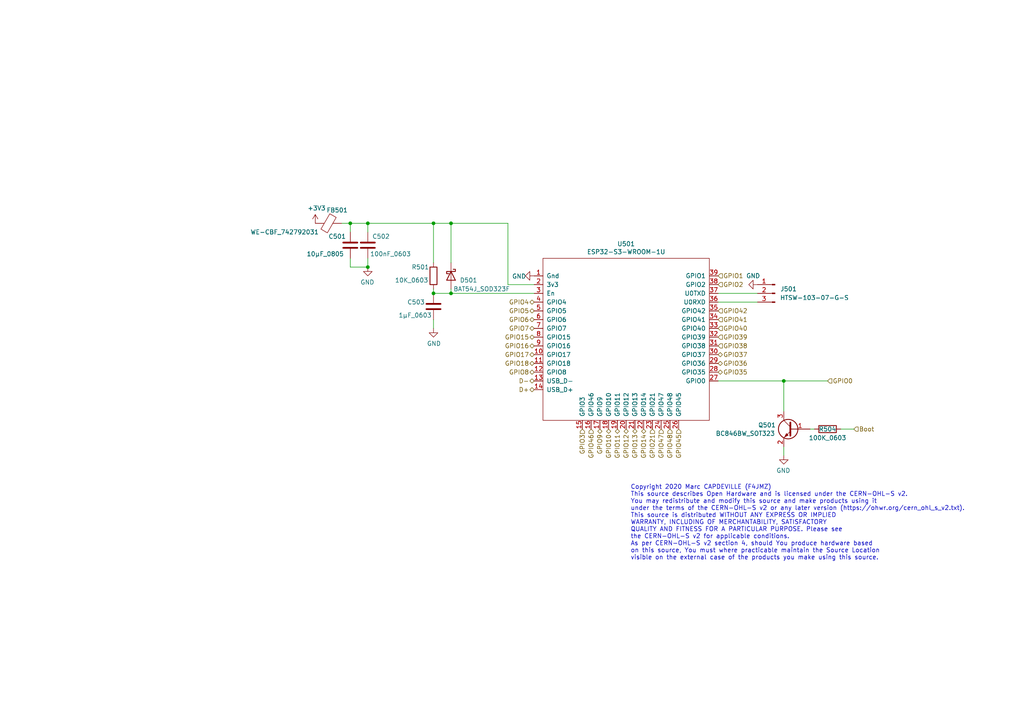
<source format=kicad_sch>
(kicad_sch (version 20211123) (generator eeschema)
  (paper "A4")
  (title_block (title "ESP32s3APRS by F4JMZ") (date "2024-08-24") (rev "0.0.1") (company "©️2025 Marc CAPDEVILLE (F4JMZ)") (comment 1 "Sources : https://github.com/mcapdeville/esp32s3aprs") (comment 2 "Licensed under CERN-OHL-S v2 (https://ohwr.org/cern_ohl_s_v2.txt)"))
  (lib_symbols
    (symbol "CAP_0603:100nF_0603" (pin_numbers hide) (pin_names (offset 0.254))
      (property "Reference" "C" (at 0.635 2.54 0))
      (property "Value" "100nF_0603" (at 0.635 -2.54 0))
      (symbol "100nF_0603_0_1"
        (polyline (pts (xy -2.032 -0.762) (xy 2.032 -0.762)) (stroke (width 0.508)))
        (polyline (pts (xy -2.032 0.762) (xy 2.032 0.762)) (stroke (width 0.508)))
      )
      (symbol "100nF_0603_1_1"
        (pin passive line (at 0 3.81 270) (length 2.794) (name "~") (number "1"))
        (pin passive line (at 0 -3.81 90) (length 2.794) (name "~") (number "2"))
      )
    )
    (symbol "CAP_0603:1µF_0603" (pin_numbers hide) (pin_names (offset 0.254))
      (property "Reference" "C" (at 0.635 2.54 0))
      (property "Value" "1µF_0603" (at 0.635 -2.54 0))
      (symbol "1µF_0603_0_1"
        (polyline (pts (xy -2.032 -0.762) (xy 2.032 -0.762)) (stroke (width 0.508)))
        (polyline (pts (xy -2.032 0.762) (xy 2.032 0.762)) (stroke (width 0.508)))
      )
      (symbol "1µF_0603_1_1"
        (pin passive line (at 0 3.81 270) (length 2.794) (name "~") (number "1"))
        (pin passive line (at 0 -3.81 90) (length 2.794) (name "~") (number "2"))
      )
    )
    (symbol "CAP_0805:10µF_0805" (pin_numbers hide) (pin_names (offset 0.254))
      (property "Reference" "C" (at 0.635 2.54 0))
      (property "Value" "10µF_0805" (at 0.635 -2.54 0))
      (symbol "10µF_0805_0_1"
        (polyline (pts (xy -2.032 -0.762) (xy 2.032 -0.762)) (stroke (width 0.508)))
        (polyline (pts (xy -2.032 0.762) (xy 2.032 0.762)) (stroke (width 0.508)))
      )
      (symbol "10µF_0805_1_1"
        (pin passive line (at 0 3.81 270) (length 2.794) (name "~") (number "1"))
        (pin passive line (at 0 -3.81 90) (length 2.794) (name "~") (number "2"))
      )
    )
    (symbol "CON_THT:HTSW-103-07-G-S" (pin_names (offset 1.016) hide)
      (property "Reference" "J" (at 0 5.08 0))
      (property "Value" "HTSW-103-07-G-S" (at 0 -5.08 0))
      (symbol "HTSW-103-07-G-S_1_1"
        (polyline (pts (xy 1.27 -2.54) (xy 0.8636 -2.54)) (stroke (width 0.1524)))
        (polyline (pts (xy 1.27 0) (xy 0.8636 0)) (stroke (width 0.1524)))
        (polyline (pts (xy 1.27 2.54) (xy 0.8636 2.54)) (stroke (width 0.1524)))
        (rectangle (start 0.8636 -2.413) (end 0 -2.667) (stroke (width 0.1524)) (fill (type outline)))
        (rectangle (start 0.8636 0.127) (end 0 -0.127) (stroke (width 0.1524)) (fill (type outline)))
        (rectangle (start 0.8636 2.667) (end 0 2.413) (stroke (width 0.1524)) (fill (type outline)))
        (pin passive line (at 5.08 2.54 180) (length 3.81) (name "Pin_1") (number "1"))
        (pin passive line (at 5.08 0 180) (length 3.81) (name "Pin_2") (number "2"))
        (pin passive line (at 5.08 -2.54 180) (length 3.81) (name "Pin_3") (number "3"))
      )
    )
    (symbol "D_SOD323:BAT54J_SOD323F" (pin_numbers hide) (pin_names hide)
      (property "Reference" "D" (at 0 2.54 0))
      (property "Value" "BAT54J_SOD323F" (at 0 -2.54 0))
      (symbol "BAT54J_SOD323F_0_1"
        (polyline (pts (xy 1.27 0) (xy -1.27 0)))
        (polyline (pts (xy 1.27 1.27) (xy 1.27 -1.27) (xy -1.27 0) (xy 1.27 1.27)) (stroke (width 0.254)))
        (polyline (pts (xy -1.905 0.635) (xy -1.905 1.27) (xy -1.27 1.27) (xy -1.27 -1.27) (xy -0.635 -1.27) (xy -0.635 -0.635)) (stroke (width 0.254)))
      )
      (symbol "BAT54J_SOD323F_1_1"
        (pin passive line (at -3.81 0 0) (length 2.54) (name "K") (number "1"))
        (pin passive line (at 3.81 0 180) (length 2.54) (name "A") (number "2"))
      )
    )
    (symbol "FB_0805:WE-CBF_742792031" (pin_numbers hide) (pin_names (offset 0))
      (property "Reference" "FB" (at -3.81 0.635 90))
      (property "Value" "WE-CBF_742792031" (at 3.81 0 90))
      (symbol "WE-CBF_742792031_0_1"
        (polyline (pts (xy 0 -1.27) (xy 0 -1.2192)))
        (polyline (pts (xy 0 1.27) (xy 0 1.2954)))
        (polyline (pts (xy -2.7686 0.4064) (xy -1.7018 2.2606) (xy 2.7686 -0.3048) (xy 1.6764 -2.159) (xy -2.7686 0.4064)))
      )
      (symbol "WE-CBF_742792031_1_1"
        (pin passive line (at 0 3.81 270) (length 2.54) (name "~") (number "1"))
        (pin passive line (at 0 -3.81 90) (length 2.54) (name "~") (number "2"))
      )
    )
    (symbol "Q_SOT323:BC846BW_SOT323" (pin_names (offset 0) hide)
      (property "Reference" "Q" (at 5.08 1.905 0))
      (property "Value" "BC846BW_SOT323" (at 5.08 0 0))
      (symbol "BC846BW_SOT323_0_1"
        (polyline (pts (xy 0.635 0.635) (xy 2.54 2.54)))
        (polyline (pts (xy 0.635 -0.635) (xy 2.54 -2.54) (xy 2.54 -2.54)))
        (polyline (pts (xy 0.635 1.905) (xy 0.635 -1.905) (xy 0.635 -1.905)) (stroke (width 0.508)))
        (polyline (pts (xy 1.27 -1.778) (xy 1.778 -1.27) (xy 2.286 -2.286) (xy 1.27 -1.778) (xy 1.27 -1.778)) (fill (type outline)))
        (circle (center 1.27 0) (radius 2.8194) (stroke (width 0.254)))
      )
      (symbol "BC846BW_SOT323_1_1"
        (pin input line (at -5.08 0 0) (length 5.715) (name "B") (number "1"))
        (pin passive line (at 2.54 -5.08 90) (length 2.54) (name "E") (number "2"))
        (pin passive line (at 2.54 5.08 270) (length 2.54) (name "C") (number "3"))
      )
    )
    (symbol "RES_0603:100K_0603" (pin_numbers hide) (pin_names (offset 0))
      (property "Reference" "R" (at 0 -1.27 90))
      (property "Value" "100K_0603" (at 2.54 0 90))
      (symbol "100K_0603_0_1"
        (rectangle (start -1.016 -2.54) (end 1.016 2.54) (stroke (width 0.254)))
      )
      (symbol "100K_0603_1_1"
        (pin passive line (at 0 3.81 270) (length 1.27) (name "~") (number "1"))
        (pin passive line (at 0 -3.81 90) (length 1.27) (name "~") (number "2"))
      )
    )
    (symbol "RES_0603:10K_0603" (pin_numbers hide) (pin_names (offset 0))
      (property "Reference" "R" (at 0 -1.27 90))
      (property "Value" "10K_0603" (at 2.54 0 90))
      (symbol "10K_0603_0_1"
        (rectangle (start -1.016 -2.54) (end 1.016 2.54) (stroke (width 0.254)))
      )
      (symbol "10K_0603_1_1"
        (pin passive line (at 0 3.81 270) (length 1.27) (name "~") (number "1"))
        (pin passive line (at 0 -3.81 90) (length 1.27) (name "~") (number "2"))
      )
    )
    (symbol "U_CPU:ESP32-S3-WROOM-1U" (pin_names (offset 1.016))
      (property "Reference" "U" (at 12.7 5.461 0))
      (property "Value" "ESP32-S3-WROOM-1U" (at 12.7 3.1496 0))
      (symbol "ESP32-S3-WROOM-1U_0_1"
        (rectangle (start -11.43 1.27) (end 36.83 -45.72))
      )
      (symbol "ESP32-S3-WROOM-1U_1_1"
        (pin power_in line (at -13.97 -3.81 0) (length 2.54) (name "Gnd") (number "1"))
        (pin tri_state line (at -13.97 -26.67 0) (length 2.54) (name "GPIO17") (number "10"))
        (pin tri_state line (at -13.97 -29.21 0) (length 2.54) (name "GPIO18") (number "11"))
        (pin tri_state line (at -13.97 -31.75 0) (length 2.54) (name "GPIO8") (number "12"))
        (pin tri_state line (at -13.97 -34.29 0) (length 2.54) (name "USB_D-") (number "13"))
        (pin tri_state line (at -13.97 -36.83 0) (length 2.54) (name "USB_D+") (number "14"))
        (pin tri_state line (at 0 -48.26 90) (length 2.54) (name "GPIO3") (number "15"))
        (pin tri_state line (at 2.54 -48.26 90) (length 2.54) (name "GPIO46") (number "16"))
        (pin tri_state line (at 5.08 -48.26 90) (length 2.54) (name "GPIO9") (number "17"))
        (pin tri_state line (at 7.62 -48.26 90) (length 2.54) (name "GPIO10") (number "18"))
        (pin tri_state line (at 10.16 -48.26 90) (length 2.54) (name "GPIO11") (number "19"))
        (pin power_in line (at -13.97 -6.35 0) (length 2.54) (name "3v3") (number "2"))
        (pin tri_state line (at 12.7 -48.26 90) (length 2.54) (name "GPIO12") (number "20"))
        (pin tri_state line (at 15.24 -48.26 90) (length 2.54) (name "GPIO13") (number "21"))
        (pin tri_state line (at 17.78 -48.26 90) (length 2.54) (name "GPIO14") (number "22"))
        (pin tri_state line (at 20.32 -48.26 90) (length 2.54) (name "GPIO21") (number "23"))
        (pin tri_state line (at 22.86 -48.26 90) (length 2.54) (name "GPIO47") (number "24"))
        (pin tri_state line (at 25.4 -48.26 90) (length 2.54) (name "GPIO48") (number "25"))
        (pin tri_state line (at 27.94 -48.26 90) (length 2.54) (name "GPIO45") (number "26"))
        (pin tri_state line (at 39.37 -34.29 180) (length 2.54) (name "GPIO0") (number "27"))
        (pin tri_state line (at 39.37 -31.75 180) (length 2.54) (name "GPIO35") (number "28"))
        (pin tri_state line (at 39.37 -29.21 180) (length 2.54) (name "GPIO36") (number "29"))
        (pin input line (at -13.97 -8.89 0) (length 2.54) (name "En") (number "3"))
        (pin tri_state line (at 39.37 -26.67 180) (length 2.54) (name "GPIO37") (number "30"))
        (pin tri_state line (at 39.37 -24.13 180) (length 2.54) (name "GPIO38") (number "31"))
        (pin tri_state line (at 39.37 -21.59 180) (length 2.54) (name "GPIO39") (number "32"))
        (pin tri_state line (at 39.37 -19.05 180) (length 2.54) (name "GPIO40") (number "33"))
        (pin tri_state line (at 39.37 -16.51 180) (length 2.54) (name "GPIO41") (number "34"))
        (pin tri_state line (at 39.37 -13.97 180) (length 2.54) (name "GPIO42") (number "35"))
        (pin input line (at 39.37 -11.43 180) (length 2.54) (name "U0RXD") (number "36"))
        (pin output line (at 39.37 -8.89 180) (length 2.54) (name "U0TXD") (number "37"))
        (pin input line (at 39.37 -6.35 180) (length 2.54) (name "GPIO2") (number "38"))
        (pin input line (at 39.37 -3.81 180) (length 2.54) (name "GPIO1") (number "39"))
        (pin tri_state line (at -13.97 -11.43 0) (length 2.54) (name "GPIO4") (number "4"))
        (pin power_in line (at -13.97 -3.81 0) (length 2.54) hide (name "Gnd") (number "40"))
        (pin power_in line (at -13.97 -3.81 0) (length 2.54) hide (name "Gnd") (number "41"))
        (pin tri_state line (at -13.97 -13.97 0) (length 2.54) (name "GPIO5") (number "5"))
        (pin tri_state line (at -13.97 -16.51 0) (length 2.54) (name "GPIO6") (number "6"))
        (pin tri_state line (at -13.97 -19.05 0) (length 2.54) (name "GPIO7") (number "7"))
        (pin tri_state line (at -13.97 -21.59 0) (length 2.54) (name "GPIO15") (number "8"))
        (pin tri_state line (at -13.97 -24.13 0) (length 2.54) (name "GPIO16") (number "9"))
      )
    )
    (symbol "power:+3V3" (power) (pin_names (offset 0))
      (property "Value" "+3V3" (at 0 3.556 0))
      (symbol "+3V3_0_1"
        (polyline (pts (xy -0.762 1.27) (xy 0 2.54)))
        (polyline (pts (xy 0 0) (xy 0 2.54)))
        (polyline (pts (xy 0 2.54) (xy 0.762 1.27)))
      )
      (symbol "+3V3_1_1"
        (pin power_in line (at 0 0 90) (length 0) hide (name "+3V3") (number "1"))
      )
    )
    (symbol "power:GND" (power) (pin_names (offset 0))
      (property "Value" "GND" (at 0 -3.81 0))
      (symbol "GND_0_1"
        (polyline (pts (xy 0 0) (xy 0 -1.27) (xy 1.27 -1.27) (xy 0 -2.54) (xy -1.27 -1.27) (xy 0 -1.27)))
      )
      (symbol "GND_1_1"
        (pin power_in line (at 0 0 270) (length 0) hide (name "GND") (number "1"))
      )
    )
  )
  (junction (at 101.6 64.77))
  (junction (at 106.68 77.47))
  (junction (at 125.73 85.09))
  (junction (at 227.33 110.49))
  (junction (at 130.81 85.09))
  (junction (at 106.68 64.77))
  (junction (at 130.81 64.77))
  (junction (at 125.73 64.77))
  (wire (pts (xy 130.81 83.82) (xy 130.81 85.09)))
  (wire (pts (xy 208.28 85.09) (xy 219.71 85.09)))
  (wire (pts (xy 147.32 64.77) (xy 147.32 82.55)))
  (wire (pts (xy 130.81 85.09) (xy 154.94 85.09)))
  (wire (pts (xy 227.33 110.49) (xy 240.03 110.49)))
  (wire (pts (xy 125.73 64.77) (xy 130.81 64.77)))
  (wire (pts (xy 125.73 92.71) (xy 125.73 95.25)))
  (wire (pts (xy 101.6 74.93) (xy 101.6 77.47)))
  (wire (pts (xy 130.81 76.2) (xy 130.81 64.77)))
  (wire (pts (xy 236.22 124.46) (xy 234.95 124.46)))
  (wire (pts (xy 125.73 83.82) (xy 125.73 85.09)))
  (wire (pts (xy 101.6 64.77) (xy 106.68 64.77)))
  (wire (pts (xy 208.28 110.49) (xy 227.33 110.49)))
  (wire (pts (xy 208.28 87.63) (xy 219.71 87.63)))
  (wire (pts (xy 125.73 85.09) (xy 130.81 85.09)))
  (wire (pts (xy 106.68 74.93) (xy 106.68 77.47)))
  (wire (pts (xy 101.6 77.47) (xy 106.68 77.47)))
  (wire (pts (xy 106.68 67.31) (xy 106.68 64.77)))
  (wire (pts (xy 106.68 64.77) (xy 125.73 64.77)))
  (wire (pts (xy 125.73 76.2) (xy 125.73 64.77)))
  (wire (pts (xy 227.33 129.54) (xy 227.33 132.08)))
  (wire (pts (xy 243.84 124.46) (xy 247.65 124.46)))
  (wire (pts (xy 227.33 119.38) (xy 227.33 110.49)))
  (wire (pts (xy 101.6 67.31) (xy 101.6 64.77)))
  (wire (pts (xy 130.81 64.77) (xy 147.32 64.77)))
  (wire (pts (xy 154.94 82.55) (xy 147.32 82.55)))
  (wire (pts (xy 99.06 64.77) (xy 101.6 64.77)))
  (text "Copyright 2020 Marc CAPDEVILLE (F4JMZ)\nThis source describes Open Hardware and is licensed under the CERN-OHL-S v2.\nYou may redistribute and modify this source and make products using it\nunder the terms of the CERN-OHL-S v2 or any later version (https://ohwr.org/cern_ohl_s_v2.txt).\nThis source is distributed WITHOUT ANY EXPRESS OR IMPLIED\nWARRANTY, INCLUDING OF MERCHANTABILITY, SATISFACTORY\nQUALITY AND FITNESS FOR A PARTICULAR PURPOSE. Please see\nthe CERN-OHL-S v2 for applicable conditions.\nAs per CERN-OHL-S v2 section 4, should You produce hardware based\non this source, You must where practicable maintain the Source Location\nvisible on the external case of the products you make using this source." (at 182.88 162.56 0) (effects (font (size 1.27 1.27)) (justify left bottom)))
  (hierarchical_label "GPIO40" (shape input) (at 208.28 95.25 0))
  (hierarchical_label "GPIO12" (shape tri_state) (at 181.61 124.46 270))
  (hierarchical_label "GPIO16" (shape tri_state) (at 154.94 100.33 180))
  (hierarchical_label "GPIO21" (shape input) (at 189.23 124.46 270))
  (hierarchical_label "GPIO38" (shape input) (at 208.28 100.33 0))
  (hierarchical_label "GPIO46" (shape input) (at 171.45 124.46 270))
  (hierarchical_label "GPIO2" (shape input) (at 208.28 82.55 0))
  (hierarchical_label "GPIO10" (shape tri_state) (at 176.53 124.46 270))
  (hierarchical_label "GPIO1" (shape input) (at 208.28 80.01 0))
  (hierarchical_label "GPIO47" (shape input) (at 191.77 124.46 270))
  (hierarchical_label "GPIO37" (shape tri_state) (at 208.28 102.87 0))
  (hierarchical_label "GPIO7" (shape tri_state) (at 154.94 95.25 180))
  (hierarchical_label "GPIO18" (shape tri_state) (at 154.94 105.41 180))
  (hierarchical_label "GPIO36" (shape tri_state) (at 208.28 105.41 0))
  (hierarchical_label "GPIO9" (shape tri_state) (at 173.99 124.46 270))
  (hierarchical_label "GPIO6" (shape tri_state) (at 154.94 92.71 180))
  (hierarchical_label "GPIO39" (shape input) (at 208.28 97.79 0))
  (hierarchical_label "GPIO8" (shape tri_state) (at 154.94 107.95 180))
  (hierarchical_label "GPIO41" (shape input) (at 208.28 92.71 0))
  (hierarchical_label "D+" (shape bidirectional) (at 154.94 113.03 180))
  (hierarchical_label "GPIO5" (shape tri_state) (at 154.94 90.17 180))
  (hierarchical_label "GPIO3" (shape input) (at 168.91 124.46 270))
  (hierarchical_label "GPIO45" (shape input) (at 196.85 124.46 270))
  (hierarchical_label "GPIO17" (shape tri_state) (at 154.94 102.87 180))
  (hierarchical_label "GPIO14" (shape tri_state) (at 186.69 124.46 270))
  (hierarchical_label "GPIO48" (shape input) (at 194.31 124.46 270))
  (hierarchical_label "Boot" (shape input) (at 247.65 124.46 0))
  (hierarchical_label "GPIO13" (shape tri_state) (at 184.15 124.46 270))
  (hierarchical_label "GPIO11" (shape tri_state) (at 179.07 124.46 270))
  (hierarchical_label "GPIO42" (shape input) (at 208.28 90.17 0))
  (hierarchical_label "GPIO15" (shape tri_state) (at 154.94 97.79 180))
  (hierarchical_label "GPIO4" (shape tri_state) (at 154.94 87.63 180))
  (hierarchical_label "D-" (shape bidirectional) (at 154.94 110.49 180))
  (hierarchical_label "GPIO0" (shape input) (at 240.03 110.49 0))
  (hierarchical_label "GPIO35" (shape tri_state) (at 208.28 107.95 0))
  (symbol (lib_id "CON_THT:HTSW-103-07-G-S") (at 224.79 85.09 0) (mirror y) (unit 1)
    (property "Reference" "J501" (at 231.14 83.82 0) (effects (justify left)))
    (property "Value" "HTSW-103-07-G-S" (at 236.22 86.36 0))
    (property "Footprint" "Connector_PinHeader_2.54mm:PinHeader_1x03_P2.54mm_Vertical" (effects hide))
    (property "Mouser" "200-HTSW10307GS" (effects hide))
    (property "Radiospares" "180-2117" (effects hide))
  )
  (symbol (lib_id "U_CPU:ESP32-S3-WROOM-1U") (at 168.91 76.2 0) (unit 1)
    (property "Reference" "U501" (at 181.61 70.739 0))
    (property "Value" "ESP32-S3-WROOM-1U" (at 181.61 73.0504 0))
    (property "Footprint" "_footprint:ESP32-S3-WROOM-1U" (effects hide))
    (property "Mouser" "356-ESP32S3WM1UN16R2" (effects hide))
  )
  (symbol (lib_id "power:GND") (at 106.68 77.47 0) (mirror y) (unit 1)
    (property "Reference" "#PWR0502" (effects hide))
    (property "Value" "GND" (at 106.553 81.8642 0))
  )
  (symbol (lib_id "power:GND") (at 154.94 80.01 270) (unit 1)
    (property "Reference" "#PWR0504" (effects hide))
    (property "Value" "GND" (at 150.5458 80.137 90))
  )
  (symbol (lib_id "Q_SOT323:BC846BW_SOT323") (at 229.87 124.46 0) (mirror y) (unit 1)
    (property "Reference" "Q501" (at 225.044 123.2916 0) (effects (justify left)))
    (property "Value" "BC846BW_SOT323" (at 224.79 125.73 0) (effects (justify left)))
    (property "Footprint" "Package_TO_SOT_SMD:SOT-323_SC-70" (effects hide))
    (property "Radiospares" "436-7931" (effects hide))
    (property "Mouser" "771-BC846BW-T/R" (effects hide))
  )
  (symbol (lib_id "RES_0603:100K_0603") (at 240.03 124.46 90) (mirror x) (unit 1)
    (property "Reference" "R504" (at 240.03 124.46 90))
    (property "Value" "100K_0603" (at 240.03 127 90))
    (property "Footprint" "Resistor_SMD:R_0603_1608Metric" (effects hide))
    (property "Radiospares" "199-5439" (effects hide))
    (property "Mouser" "603-RC0603FR-07100KL" (effects hide))
  )
  (symbol (lib_id "power:GND") (at 227.33 132.08 0) (mirror y) (unit 1)
    (property "Reference" "#PWR0130" (effects hide))
    (property "Value" "GND" (at 227.203 136.4742 0))
  )
  (symbol (lib_id "power:GND") (at 219.71 82.55 270) (unit 1)
    (property "Reference" "#PWR0505" (effects hide))
    (property "Value" "GND" (at 218.44 80.01 90))
  )
  (symbol (lib_id "D_SOD323:BAT54J_SOD323F") (at 130.81 80.01 270) (unit 1)
    (property "Reference" "D501" (at 133.35 81.28 90) (effects (justify left)))
    (property "Value" "BAT54J_SOD323F" (at 139.7 83.82 90))
    (property "Footprint" "Diode_SMD:D_SOD-323F" (effects hide))
    (property "Mouser" "771-BAT54J115" (effects hide))
  )
  (symbol (lib_id "FB_0805:WE-CBF_742792031") (at 95.25 64.77 270) (unit 1)
    (property "Reference" "FB501" (at 97.79 60.96 90))
    (property "Value" "WE-CBF_742792031" (at 82.55 67.31 90))
    (property "Footprint" "Inductor_SMD:L_0805_2012Metric" (effects hide))
    (property "Radiospares" "669-4092" (effects hide))
    (property "Mouser" "710-742792031" (effects hide))
  )
  (symbol (lib_id "CAP_0603:100nF_0603") (at 106.68 71.12 0) (unit 1)
    (property "Reference" "C502" (at 107.95 68.58 0) (effects (justify left)))
    (property "Value" "100nF_0603" (at 107.315 73.66 0) (effects (justify left)))
    (property "Footprint" "Capacitor_SMD:C_0603_1608Metric" (effects hide))
    (property "Radiospares" "184-3685" (effects hide))
    (property "Mouser" "963-UMK107B7104KAHT" (effects hide))
  )
  (symbol (lib_id "CAP_0805:10µF_0805") (at 101.6 71.12 0) (unit 1)
    (property "Reference" "C501" (at 95.25 68.58 0) (effects (justify left)))
    (property "Value" "10µF_0805" (at 88.9 73.66 0) (effects (justify left)))
    (property "Footprint" "Capacitor_SMD:C_0805_2012Metric" (effects hide))
    (property "Radiospares" "184-3756" (effects hide))
    (property "Mouser" "963-TMK212BBJ106MG-T" (effects hide))
  )
  (symbol (lib_id "power:GND") (at 125.73 95.25 0) (unit 1)
    (property "Reference" "#PWR0503" (effects hide))
    (property "Value" "GND" (at 125.857 99.6442 0))
  )
  (symbol (lib_id "RES_0603:10K_0603") (at 125.73 80.01 0) (unit 1)
    (property "Reference" "R501" (at 121.92 77.47 0))
    (property "Value" "10K_0603" (at 119.38 81.28 0))
    (property "Footprint" "Resistor_SMD:R_0603_1608Metric" (effects hide))
    (property "Radiospares" "199-5443" (effects hide))
    (property "Mouser" "603-RC0603FR-0710KL" (effects hide))
  )
  (symbol (lib_id "CAP_0603:1µF_0603") (at 125.73 88.9 0) (unit 1)
    (property "Reference" "C503" (at 118.11 87.63 0) (effects (justify left)))
    (property "Value" "1µF_0603" (at 115.57 91.44 0) (effects (justify left)))
    (property "Footprint" "Capacitor_SMD:C_0603_1608Metric" (effects hide))
    (property "Radiospares" "103-4112" (effects hide))
    (property "Mouser" "963-UMK107BJ105KA-T" (effects hide))
  )
  (symbol (lib_id "power:+3V3") (at 91.44 64.77 0) (unit 1)
    (property "Reference" "#PWR0501" (effects hide))
    (property "Value" "+3V3" (at 91.821 60.3758 0))
  )
)
</source>
